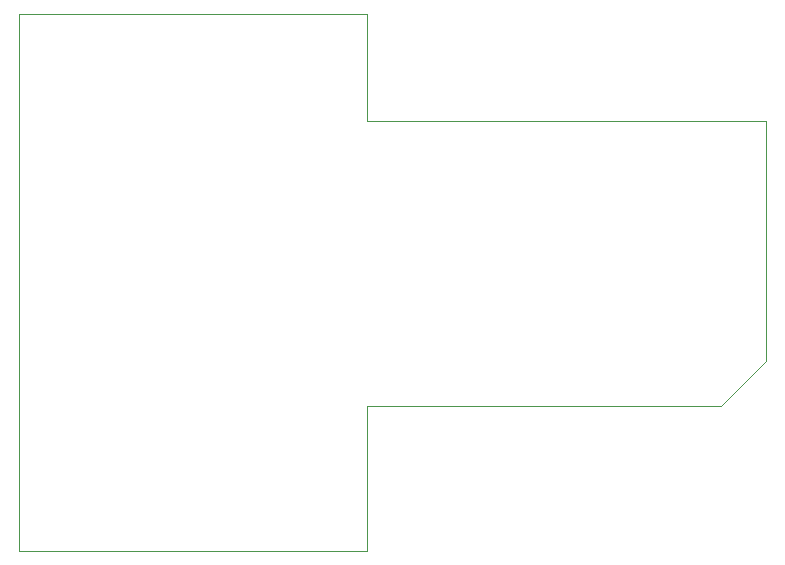
<source format=gbr>
%TF.GenerationSoftware,KiCad,Pcbnew,(6.0.6-0)*%
%TF.CreationDate,2022-08-03T21:57:52-07:00*%
%TF.ProjectId,sd_bt_streamer,73645f62-745f-4737-9472-65616d65722e,rev?*%
%TF.SameCoordinates,Original*%
%TF.FileFunction,Profile,NP*%
%FSLAX46Y46*%
G04 Gerber Fmt 4.6, Leading zero omitted, Abs format (unit mm)*
G04 Created by KiCad (PCBNEW (6.0.6-0)) date 2022-08-03 21:57:52*
%MOMM*%
%LPD*%
G01*
G04 APERTURE LIST*
%TA.AperFunction,Profile*%
%ADD10C,0.050000*%
%TD*%
G04 APERTURE END LIST*
D10*
X147500000Y-106500000D02*
X177000000Y-106500000D01*
X185540000Y-70070000D02*
X179260000Y-70070000D01*
X177000000Y-94200000D02*
X177000000Y-99400000D01*
X206970000Y-94200000D02*
X178600000Y-94200000D01*
X210770000Y-70070000D02*
X210000000Y-70070000D01*
X205830000Y-70070000D02*
X202000000Y-70070000D01*
X177000000Y-99400000D02*
X177000000Y-106500000D01*
X192420000Y-70070000D02*
X185540000Y-70070000D01*
X210000000Y-70070000D02*
X205830000Y-70070000D01*
X147500000Y-61000000D02*
X147500000Y-106500000D01*
X210770000Y-70080000D02*
X210770000Y-70070000D01*
X197530000Y-70070000D02*
X192420000Y-70070000D01*
X202000000Y-70070000D02*
X197530000Y-70070000D01*
X210780000Y-90390000D02*
X206970000Y-94200000D01*
X177000000Y-70070000D02*
X177000000Y-61000000D01*
X179260000Y-70070000D02*
X177000000Y-70070000D01*
X210770000Y-70080000D02*
X210780000Y-90390000D01*
X177000000Y-61000000D02*
X147500000Y-61000000D01*
X178600000Y-94200000D02*
X177000000Y-94200000D01*
M02*

</source>
